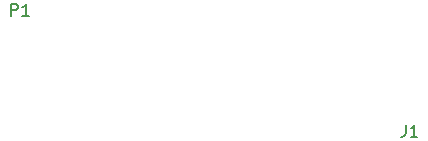
<source format=gbr>
G04 #@! TF.GenerationSoftware,KiCad,Pcbnew,5.1.5+dfsg1-2build2*
G04 #@! TF.CreationDate,2021-10-18T18:16:56+02:00*
G04 #@! TF.ProjectId,DIMMCartridgeV4,44494d4d-4361-4727-9472-696467655634,rev?*
G04 #@! TF.SameCoordinates,Original*
G04 #@! TF.FileFunction,Legend,Top*
G04 #@! TF.FilePolarity,Positive*
%FSLAX46Y46*%
G04 Gerber Fmt 4.6, Leading zero omitted, Abs format (unit mm)*
G04 Created by KiCad (PCBNEW 5.1.5+dfsg1-2build2) date 2021-10-18 18:16:56*
%MOMM*%
%LPD*%
G04 APERTURE LIST*
%ADD10C,0.150000*%
G04 APERTURE END LIST*
D10*
X139416666Y-130827380D02*
X139416666Y-131541666D01*
X139369047Y-131684523D01*
X139273809Y-131779761D01*
X139130952Y-131827380D01*
X139035714Y-131827380D01*
X140416666Y-131827380D02*
X139845238Y-131827380D01*
X140130952Y-131827380D02*
X140130952Y-130827380D01*
X140035714Y-130970238D01*
X139940476Y-131065476D01*
X139845238Y-131113095D01*
X106011904Y-121577380D02*
X106011904Y-120577380D01*
X106392857Y-120577380D01*
X106488095Y-120625000D01*
X106535714Y-120672619D01*
X106583333Y-120767857D01*
X106583333Y-120910714D01*
X106535714Y-121005952D01*
X106488095Y-121053571D01*
X106392857Y-121101190D01*
X106011904Y-121101190D01*
X107535714Y-121577380D02*
X106964285Y-121577380D01*
X107250000Y-121577380D02*
X107250000Y-120577380D01*
X107154761Y-120720238D01*
X107059523Y-120815476D01*
X106964285Y-120863095D01*
M02*

</source>
